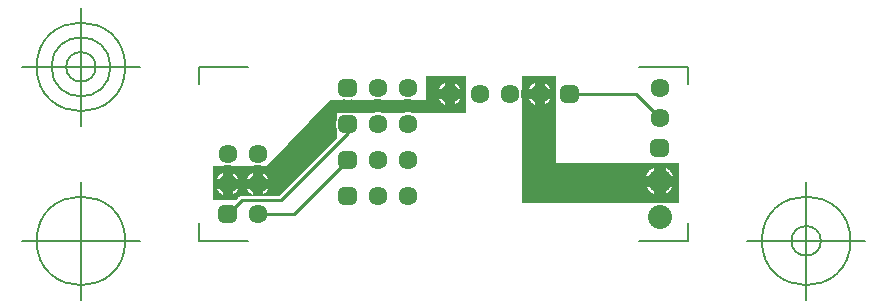
<source format=gbr>
G04 Generated by Ultiboard 13.0 *
%FSLAX25Y25*%
%MOIN*%

%ADD10C,0.00001*%
%ADD11C,0.00005*%
%ADD12C,0.01000*%
%ADD13C,0.00500*%
%ADD14C,0.06334*%
%ADD15R,0.02083X0.02083*%
%ADD16C,0.03917*%
%ADD17C,0.08000*%


G04 ColorRGB 00FF00 for the following layer *
%LNCopper Top*%
%LPD*%
G54D10*
G36*
X-13177Y18000D02*
G75*
D01*
G03X-10823Y18000I1177J3999*
G01*
X-10823Y18000D01*
X-6000Y18000D01*
X-6000Y26000D01*
X7000Y26000D01*
X7000Y14000D01*
X-10823Y14000D01*
G75*
D01*
G03X-13177Y14000I-1177J-3999*
G01*
X-13177Y14000D01*
X-20823Y14000D01*
G75*
D01*
G03X-23177Y14000I-1177J-3999*
G01*
X-23177Y14000D01*
X-30643Y14000D01*
G74*
D01*
G03X-30958Y14017I318J2957*
G01*
X-30958Y14017D01*
X-33041Y14017D01*
G75*
D01*
G03X-33357Y14000I2J-2975*
G01*
X-33357Y14000D01*
X-36000Y14000D01*
X-36000Y11357D01*
G74*
D01*
G03X-36017Y11042I2958J318*
G01*
X-36017Y11042D01*
X-36017Y8959D01*
G75*
D01*
G03X-36000Y8643I2976J2*
G01*
X-36000Y8643D01*
X-36000Y5135D01*
X-54958Y-13823D01*
X-60336Y-13823D01*
G74*
D01*
G03X-58101Y-11479I1663J3823*
G01*
X-58101Y-11479D01*
X-60521Y-11479D01*
X-60521Y-13823D01*
X-63479Y-13823D01*
X-63479Y-11479D01*
X-65899Y-11479D01*
G74*
D01*
G03X-63664Y-13823I3899J1480*
G01*
X-63664Y-13823D01*
X-67333Y-13823D01*
G75*
D01*
G03X-68403Y-14267I-1J-1510*
G01*
X-68403Y-14267D01*
X-69135Y-15000D01*
X-77000Y-15000D01*
X-77000Y-4000D01*
X-73177Y-4000D01*
G75*
D01*
G03X-70823Y-4000I1177J3999*
G01*
X-70823Y-4000D01*
X-63177Y-4000D01*
G75*
D01*
G03X-60823Y-4000I1177J3999*
G01*
X-60823Y-4000D01*
X-59000Y-4000D01*
X-38000Y18000D01*
X-33357Y18000D01*
G75*
D01*
G03X-33041Y17983I318J2958*
G01*
X-33041Y17983D01*
X-30958Y17983D01*
G74*
D01*
G03X-30643Y18000I3J2976*
G01*
X-30643Y18000D01*
X-23177Y18000D01*
G75*
D01*
G03X-20823Y18000I1177J3999*
G01*
X-20823Y18000D01*
X-13177Y18000D01*
D02*
G37*
%LPC*%
G36*
X-75899Y-8521D02*
X-75899Y-8521D01*
X-73479Y-8521D01*
X-73479Y-6101D01*
G74*
D01*
G03X-75899Y-8521I1479J3899*
G01*
D02*
G37*
G36*
X-70521Y-6101D02*
X-70521Y-6101D01*
X-70521Y-8521D01*
X-68101Y-8521D01*
G74*
D01*
G03X-70521Y-6101I3899J1479*
G01*
D02*
G37*
G36*
X-68101Y-11479D02*
X-68101Y-11479D01*
X-70521Y-11479D01*
X-70521Y-13899D01*
G74*
D01*
G03X-68101Y-11479I1479J3899*
G01*
D02*
G37*
G36*
X-73479Y-13899D02*
X-73479Y-13899D01*
X-73479Y-11479D01*
X-75899Y-11479D01*
G74*
D01*
G03X-73479Y-13899I3899J1479*
G01*
D02*
G37*
G36*
X-73750Y-10000D02*
G75*
D01*
G03X-73750Y-10000I1750J0*
G01*
D02*
G37*
G36*
X-65899Y-8521D02*
X-65899Y-8521D01*
X-63479Y-8521D01*
X-63479Y-6101D01*
G74*
D01*
G03X-65899Y-8521I1479J3899*
G01*
D02*
G37*
G36*
X-60521Y-6101D02*
X-60521Y-6101D01*
X-60521Y-8521D01*
X-58101Y-8521D01*
G74*
D01*
G03X-60521Y-6101I3899J1479*
G01*
D02*
G37*
G36*
X-63750Y-10000D02*
G75*
D01*
G03X-63750Y-10000I1750J0*
G01*
D02*
G37*
G36*
X-1899Y21479D02*
X-1899Y21479D01*
X521Y21479D01*
X521Y23899D01*
G74*
D01*
G03X-1899Y21479I1479J3899*
G01*
D02*
G37*
G36*
X3479Y23899D02*
X3479Y23899D01*
X3479Y21479D01*
X5899Y21479D01*
G74*
D01*
G03X3479Y23899I3899J1479*
G01*
D02*
G37*
G36*
X5899Y18521D02*
X5899Y18521D01*
X3479Y18521D01*
X3479Y16101D01*
G74*
D01*
G03X5899Y18521I1479J3899*
G01*
D02*
G37*
G36*
X521Y16101D02*
X521Y16101D01*
X521Y18521D01*
X-1899Y18521D01*
G74*
D01*
G03X521Y16101I3899J1479*
G01*
D02*
G37*
G36*
X250Y20000D02*
G75*
D01*
G03X250Y20000I1750J0*
G01*
D02*
G37*
%LPD*%
G36*
X26000Y18823D02*
G75*
D01*
G03X26000Y21177I-3999J1177*
G01*
X26000Y21177D01*
X26000Y26000D01*
X37000Y26000D01*
X37000Y-3000D01*
X78000Y-3000D01*
X78000Y-16000D01*
X72158Y-16000D01*
G75*
D01*
G03X71842Y-16000I-158J-5000*
G01*
X71842Y-16000D01*
X26000Y-16000D01*
X26000Y18823D01*
D02*
G37*
%LPC*%
G36*
X74101Y-7226D02*
X74101Y-7226D01*
X76677Y-7226D01*
G74*
D01*
G03X73774Y-4323I4677J1774*
G01*
X73774Y-4323D01*
X73774Y-6899D01*
G75*
D01*
G03X70226Y-6899I-1774J-2100*
G01*
X70226Y-6899D01*
X70226Y-4323D01*
G74*
D01*
G03X67323Y-7226I1774J4677*
G01*
X67323Y-7226D01*
X69899Y-7226D01*
G75*
D01*
G03X69899Y-10774I2100J-1774*
G01*
X69899Y-10774D01*
X67323Y-10774D01*
G74*
D01*
G03X70226Y-13677I4677J1774*
G01*
X70226Y-13677D01*
X70226Y-11101D01*
G75*
D01*
G03X73774Y-11101I1774J2100*
G01*
X73774Y-11101D01*
X73774Y-13677D01*
G74*
D01*
G03X76677Y-10774I1774J4677*
G01*
X76677Y-10774D01*
X74101Y-10774D01*
G75*
D01*
G03X74101Y-7226I-2100J1774*
G01*
D02*
G37*
G36*
X28101Y21479D02*
X28101Y21479D01*
X30521Y21479D01*
X30521Y23899D01*
G74*
D01*
G03X28101Y21479I1479J3899*
G01*
D02*
G37*
G36*
X33479Y23899D02*
X33479Y23899D01*
X33479Y21479D01*
X35899Y21479D01*
G74*
D01*
G03X33479Y23899I3899J1479*
G01*
D02*
G37*
G36*
X35899Y18521D02*
X35899Y18521D01*
X33479Y18521D01*
X33479Y16101D01*
G74*
D01*
G03X35899Y18521I1479J3899*
G01*
D02*
G37*
G36*
X30521Y16101D02*
X30521Y16101D01*
X30521Y18521D01*
X28101Y18521D01*
G74*
D01*
G03X30521Y16101I3899J1479*
G01*
D02*
G37*
G36*
X30250Y20000D02*
G75*
D01*
G03X30250Y20000I1750J0*
G01*
D02*
G37*
%LPD*%
G54D11*
X-75899Y-8521D02*
X-73479Y-8521D01*
X-73479Y-6101D01*
G74*
D01*
G03X-75899Y-8521I1479J3899*
G01*
X-70521Y-6101D02*
X-70521Y-8521D01*
X-68101Y-8521D01*
G74*
D01*
G03X-70521Y-6101I3899J1479*
G01*
X-68101Y-11479D02*
X-70521Y-11479D01*
X-70521Y-13899D01*
G74*
D01*
G03X-68101Y-11479I1479J3899*
G01*
X-73479Y-13899D02*
X-73479Y-11479D01*
X-75899Y-11479D01*
G74*
D01*
G03X-73479Y-13899I3899J1479*
G01*
X-73750Y-10000D02*
G75*
D01*
G03X-73750Y-10000I1750J0*
G01*
X-65899Y-8521D02*
X-63479Y-8521D01*
X-63479Y-6101D01*
G74*
D01*
G03X-65899Y-8521I1479J3899*
G01*
X-60521Y-6101D02*
X-60521Y-8521D01*
X-58101Y-8521D01*
G74*
D01*
G03X-60521Y-6101I3899J1479*
G01*
X-63750Y-10000D02*
G75*
D01*
G03X-63750Y-10000I1750J0*
G01*
X-1899Y21479D02*
X521Y21479D01*
X521Y23899D01*
G74*
D01*
G03X-1899Y21479I1479J3899*
G01*
X3479Y23899D02*
X3479Y21479D01*
X5899Y21479D01*
G74*
D01*
G03X3479Y23899I3899J1479*
G01*
X5899Y18521D02*
X3479Y18521D01*
X3479Y16101D01*
G74*
D01*
G03X5899Y18521I1479J3899*
G01*
X521Y16101D02*
X521Y18521D01*
X-1899Y18521D01*
G74*
D01*
G03X521Y16101I3899J1479*
G01*
X250Y20000D02*
G75*
D01*
G03X250Y20000I1750J0*
G01*
X-13177Y18000D02*
G75*
D01*
G03X-10823Y18000I1177J3999*
G01*
X-6000Y18000D01*
X-6000Y26000D01*
X7000Y26000D01*
X7000Y14000D01*
X-10823Y14000D01*
G75*
D01*
G03X-13177Y14000I-1177J-3999*
G01*
X-20823Y14000D01*
G75*
D01*
G03X-23177Y14000I-1177J-3999*
G01*
X-30643Y14000D01*
G74*
D01*
G03X-30958Y14017I318J2957*
G01*
X-33041Y14017D01*
G75*
D01*
G03X-33357Y14000I2J-2975*
G01*
X-36000Y14000D01*
X-36000Y11357D01*
G74*
D01*
G03X-36017Y11042I2958J318*
G01*
X-36017Y8959D01*
G75*
D01*
G03X-36000Y8643I2976J2*
G01*
X-36000Y5135D01*
X-54958Y-13823D01*
X-60336Y-13823D01*
G74*
D01*
G03X-58101Y-11479I1663J3823*
G01*
X-60521Y-11479D01*
X-60521Y-13823D01*
X-63479Y-13823D01*
X-63479Y-11479D01*
X-65899Y-11479D01*
G74*
D01*
G03X-63664Y-13823I3899J1480*
G01*
X-67333Y-13823D01*
G75*
D01*
G03X-68403Y-14267I-1J-1510*
G01*
X-69135Y-15000D01*
X-77000Y-15000D01*
X-77000Y-4000D01*
X-73177Y-4000D01*
G75*
D01*
G03X-70823Y-4000I1177J3999*
G01*
X-63177Y-4000D01*
G75*
D01*
G03X-60823Y-4000I1177J3999*
G01*
X-59000Y-4000D01*
X-38000Y18000D01*
X-33357Y18000D01*
G75*
D01*
G03X-33041Y17983I318J2958*
G01*
X-30958Y17983D01*
G74*
D01*
G03X-30643Y18000I3J2976*
G01*
X-23177Y18000D01*
G75*
D01*
G03X-20823Y18000I1177J3999*
G01*
X-13177Y18000D01*
X74101Y-7226D02*
X76677Y-7226D01*
G74*
D01*
G03X73774Y-4323I4677J1774*
G01*
X73774Y-6899D01*
G75*
D01*
G03X70226Y-6899I-1774J-2100*
G01*
X70226Y-4323D01*
G74*
D01*
G03X67323Y-7226I1774J4677*
G01*
X69899Y-7226D01*
G75*
D01*
G03X69899Y-10774I2100J-1774*
G01*
X67323Y-10774D01*
G74*
D01*
G03X70226Y-13677I4677J1774*
G01*
X70226Y-11101D01*
G75*
D01*
G03X73774Y-11101I1774J2100*
G01*
X73774Y-13677D01*
G74*
D01*
G03X76677Y-10774I1774J4677*
G01*
X74101Y-10774D01*
G75*
D01*
G03X74101Y-7226I-2100J1774*
G01*
X28101Y21479D02*
X30521Y21479D01*
X30521Y23899D01*
G74*
D01*
G03X28101Y21479I1479J3899*
G01*
X33479Y23899D02*
X33479Y21479D01*
X35899Y21479D01*
G74*
D01*
G03X33479Y23899I3899J1479*
G01*
X35899Y18521D02*
X33479Y18521D01*
X33479Y16101D01*
G74*
D01*
G03X35899Y18521I1479J3899*
G01*
X30521Y16101D02*
X30521Y18521D01*
X28101Y18521D01*
G74*
D01*
G03X30521Y16101I3899J1479*
G01*
X30250Y20000D02*
G75*
D01*
G03X30250Y20000I1750J0*
G01*
X26000Y18823D02*
G75*
D01*
G03X26000Y21177I-3999J1177*
G01*
X26000Y26000D01*
X37000Y26000D01*
X37000Y-3000D01*
X78000Y-3000D01*
X78000Y-16000D01*
X72158Y-16000D01*
G75*
D01*
G03X71842Y-16000I-158J-5000*
G01*
X26000Y-16000D01*
X26000Y18823D01*
G54D12*
X-72000Y-20000D02*
X-67333Y-15333D01*
X-54333Y-15333D01*
X-32000Y7000D01*
X-32000Y10000D01*
X-62000Y-20000D02*
X-50000Y-20000D01*
X-32000Y-2000D01*
X64000Y20000D02*
X72000Y12000D01*
X64000Y20000D02*
X42000Y20000D01*
G54D13*
X-81500Y-29000D02*
X-81500Y-23200D01*
X-81500Y-29000D02*
X-65200Y-29000D01*
X81500Y-29000D02*
X65200Y-29000D01*
X81500Y-29000D02*
X81500Y-23200D01*
X81500Y29000D02*
X81500Y23200D01*
X81500Y29000D02*
X65200Y29000D01*
X-81500Y29000D02*
X-65200Y29000D01*
X-81500Y29000D02*
X-81500Y23200D01*
X-101185Y-29000D02*
X-140555Y-29000D01*
X-120870Y-48685D02*
X-120870Y-9315D01*
X-135634Y-29000D02*
G75*
D01*
G02X-135634Y-29000I14764J0*
G01*
X101185Y-29000D02*
X140555Y-29000D01*
X120870Y-48685D02*
X120870Y-9315D01*
X106106Y-29000D02*
G75*
D01*
G02X106106Y-29000I14764J0*
G01*
X115949Y-29000D02*
G75*
D01*
G02X115949Y-29000I4921J0*
G01*
X-101185Y29000D02*
X-140555Y29000D01*
X-120870Y9315D02*
X-120870Y48685D01*
X-135634Y29000D02*
G75*
D01*
G02X-135634Y29000I14764J0*
G01*
X-130713Y29000D02*
G75*
D01*
G02X-130713Y29000I9843J0*
G01*
X-125791Y29000D02*
G75*
D01*
G02X-125791Y29000I4921J0*
G01*
G54D14*
X-62000Y-20000D03*
X-62000Y0D03*
X-72000Y0D03*
X-62000Y-10000D03*
X-72000Y-10000D03*
X-22000Y-14000D03*
X-12000Y-14000D03*
X-22000Y10000D03*
X-12000Y10000D03*
X-22000Y-2000D03*
X-12000Y-2000D03*
X-22000Y22000D03*
X-12000Y22000D03*
X32000Y20000D03*
X22000Y20000D03*
X2000Y20000D03*
X12000Y20000D03*
X72000Y12000D03*
X72000Y22000D03*
G54D15*
X-72000Y-20000D03*
X-32000Y-14000D03*
X-32000Y10000D03*
X-32000Y-2000D03*
X-32000Y22000D03*
X42000Y20000D03*
X72000Y2000D03*
G54D16*
X-73041Y-21041D02*
X-70959Y-21041D01*
X-70959Y-18959D01*
X-73041Y-18959D01*
X-73041Y-21041D01*D02*
X-33041Y-15041D02*
X-30959Y-15041D01*
X-30959Y-12959D01*
X-33041Y-12959D01*
X-33041Y-15041D01*D02*
X-33041Y8959D02*
X-30959Y8959D01*
X-30959Y11041D01*
X-33041Y11041D01*
X-33041Y8959D01*D02*
X-33041Y-3041D02*
X-30959Y-3041D01*
X-30959Y-959D01*
X-33041Y-959D01*
X-33041Y-3041D01*D02*
X-33041Y20959D02*
X-30959Y20959D01*
X-30959Y23041D01*
X-33041Y23041D01*
X-33041Y20959D01*D02*
X40959Y18959D02*
X43041Y18959D01*
X43041Y21041D01*
X40959Y21041D01*
X40959Y18959D01*D02*
X70959Y959D02*
X73041Y959D01*
X73041Y3041D01*
X70959Y3041D01*
X70959Y959D01*D02*
G54D17*
X72000Y-9000D03*
X72000Y-21000D03*

M02*

</source>
